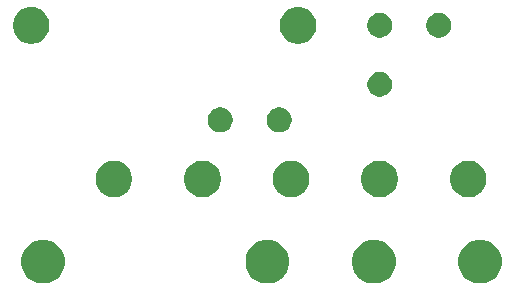
<source format=gts>
G04 #@! TF.GenerationSoftware,KiCad,Pcbnew,5.1.5-52549c5~84~ubuntu18.04.1*
G04 #@! TF.CreationDate,2020-01-16T13:38:08+00:00*
G04 #@! TF.ProjectId,012-fx888d-repair,3031322d-6678-4383-9838-642d72657061,1*
G04 #@! TF.SameCoordinates,Original*
G04 #@! TF.FileFunction,Soldermask,Top*
G04 #@! TF.FilePolarity,Negative*
%FSLAX46Y46*%
G04 Gerber Fmt 4.6, Leading zero omitted, Abs format (unit mm)*
G04 Created by KiCad (PCBNEW 5.1.5-52549c5~84~ubuntu18.04.1) date 2020-01-16 13:38:08*
%MOMM*%
%LPD*%
G04 APERTURE LIST*
%ADD10C,0.100000*%
G04 APERTURE END LIST*
D10*
G36*
X182361112Y-123184566D02*
G01*
X182539917Y-123220133D01*
X182679448Y-123277929D01*
X182876776Y-123359664D01*
X183179943Y-123562234D01*
X183437766Y-123820057D01*
X183640336Y-124123224D01*
X183779867Y-124460084D01*
X183851000Y-124817691D01*
X183851000Y-125182309D01*
X183779867Y-125539916D01*
X183640336Y-125876776D01*
X183437766Y-126179943D01*
X183179943Y-126437766D01*
X182876776Y-126640336D01*
X182679448Y-126722071D01*
X182539917Y-126779867D01*
X182361112Y-126815434D01*
X182182309Y-126851000D01*
X181817691Y-126851000D01*
X181638888Y-126815434D01*
X181460083Y-126779867D01*
X181320552Y-126722071D01*
X181123224Y-126640336D01*
X180820057Y-126437766D01*
X180562234Y-126179943D01*
X180359664Y-125876776D01*
X180220133Y-125539916D01*
X180149000Y-125182309D01*
X180149000Y-124817691D01*
X180220133Y-124460084D01*
X180359664Y-124123224D01*
X180562234Y-123820057D01*
X180820057Y-123562234D01*
X181123224Y-123359664D01*
X181320552Y-123277929D01*
X181460083Y-123220133D01*
X181638888Y-123184566D01*
X181817691Y-123149000D01*
X182182309Y-123149000D01*
X182361112Y-123184566D01*
G37*
G36*
X191361112Y-123184566D02*
G01*
X191539917Y-123220133D01*
X191679448Y-123277929D01*
X191876776Y-123359664D01*
X192179943Y-123562234D01*
X192437766Y-123820057D01*
X192640336Y-124123224D01*
X192779867Y-124460084D01*
X192851000Y-124817691D01*
X192851000Y-125182309D01*
X192779867Y-125539916D01*
X192640336Y-125876776D01*
X192437766Y-126179943D01*
X192179943Y-126437766D01*
X191876776Y-126640336D01*
X191679448Y-126722071D01*
X191539917Y-126779867D01*
X191361112Y-126815434D01*
X191182309Y-126851000D01*
X190817691Y-126851000D01*
X190638888Y-126815434D01*
X190460083Y-126779867D01*
X190320552Y-126722071D01*
X190123224Y-126640336D01*
X189820057Y-126437766D01*
X189562234Y-126179943D01*
X189359664Y-125876776D01*
X189220133Y-125539916D01*
X189149000Y-125182309D01*
X189149000Y-124817691D01*
X189220133Y-124460084D01*
X189359664Y-124123224D01*
X189562234Y-123820057D01*
X189820057Y-123562234D01*
X190123224Y-123359664D01*
X190320552Y-123277929D01*
X190460083Y-123220133D01*
X190638888Y-123184566D01*
X190817691Y-123149000D01*
X191182309Y-123149000D01*
X191361112Y-123184566D01*
G37*
G36*
X173361112Y-123184566D02*
G01*
X173539917Y-123220133D01*
X173679448Y-123277929D01*
X173876776Y-123359664D01*
X174179943Y-123562234D01*
X174437766Y-123820057D01*
X174640336Y-124123224D01*
X174779867Y-124460084D01*
X174851000Y-124817691D01*
X174851000Y-125182309D01*
X174779867Y-125539916D01*
X174640336Y-125876776D01*
X174437766Y-126179943D01*
X174179943Y-126437766D01*
X173876776Y-126640336D01*
X173679448Y-126722071D01*
X173539917Y-126779867D01*
X173361112Y-126815434D01*
X173182309Y-126851000D01*
X172817691Y-126851000D01*
X172638888Y-126815434D01*
X172460083Y-126779867D01*
X172320552Y-126722071D01*
X172123224Y-126640336D01*
X171820057Y-126437766D01*
X171562234Y-126179943D01*
X171359664Y-125876776D01*
X171220133Y-125539916D01*
X171149000Y-125182309D01*
X171149000Y-124817691D01*
X171220133Y-124460084D01*
X171359664Y-124123224D01*
X171562234Y-123820057D01*
X171820057Y-123562234D01*
X172123224Y-123359664D01*
X172320552Y-123277929D01*
X172460083Y-123220133D01*
X172638888Y-123184566D01*
X172817691Y-123149000D01*
X173182309Y-123149000D01*
X173361112Y-123184566D01*
G37*
G36*
X154361112Y-123184566D02*
G01*
X154539917Y-123220133D01*
X154679448Y-123277929D01*
X154876776Y-123359664D01*
X155179943Y-123562234D01*
X155437766Y-123820057D01*
X155640336Y-124123224D01*
X155779867Y-124460084D01*
X155851000Y-124817691D01*
X155851000Y-125182309D01*
X155779867Y-125539916D01*
X155640336Y-125876776D01*
X155437766Y-126179943D01*
X155179943Y-126437766D01*
X154876776Y-126640336D01*
X154679448Y-126722071D01*
X154539917Y-126779867D01*
X154361112Y-126815434D01*
X154182309Y-126851000D01*
X153817691Y-126851000D01*
X153638888Y-126815434D01*
X153460083Y-126779867D01*
X153320552Y-126722071D01*
X153123224Y-126640336D01*
X152820057Y-126437766D01*
X152562234Y-126179943D01*
X152359664Y-125876776D01*
X152220133Y-125539916D01*
X152149000Y-125182309D01*
X152149000Y-124817691D01*
X152220133Y-124460084D01*
X152359664Y-124123224D01*
X152562234Y-123820057D01*
X152820057Y-123562234D01*
X153123224Y-123359664D01*
X153320552Y-123277929D01*
X153460083Y-123220133D01*
X153638888Y-123184566D01*
X153817691Y-123149000D01*
X154182309Y-123149000D01*
X154361112Y-123184566D01*
G37*
G36*
X175302585Y-116478802D02*
G01*
X175452410Y-116508604D01*
X175734674Y-116625521D01*
X175988705Y-116795259D01*
X176204741Y-117011295D01*
X176374479Y-117265326D01*
X176491396Y-117547590D01*
X176551000Y-117847240D01*
X176551000Y-118152760D01*
X176491396Y-118452410D01*
X176374479Y-118734674D01*
X176204741Y-118988705D01*
X175988705Y-119204741D01*
X175734674Y-119374479D01*
X175452410Y-119491396D01*
X175302585Y-119521198D01*
X175152761Y-119551000D01*
X174847239Y-119551000D01*
X174697415Y-119521198D01*
X174547590Y-119491396D01*
X174265326Y-119374479D01*
X174011295Y-119204741D01*
X173795259Y-118988705D01*
X173625521Y-118734674D01*
X173508604Y-118452410D01*
X173449000Y-118152760D01*
X173449000Y-117847240D01*
X173508604Y-117547590D01*
X173625521Y-117265326D01*
X173795259Y-117011295D01*
X174011295Y-116795259D01*
X174265326Y-116625521D01*
X174547590Y-116508604D01*
X174697415Y-116478802D01*
X174847239Y-116449000D01*
X175152761Y-116449000D01*
X175302585Y-116478802D01*
G37*
G36*
X190302585Y-116478802D02*
G01*
X190452410Y-116508604D01*
X190734674Y-116625521D01*
X190988705Y-116795259D01*
X191204741Y-117011295D01*
X191374479Y-117265326D01*
X191491396Y-117547590D01*
X191551000Y-117847240D01*
X191551000Y-118152760D01*
X191491396Y-118452410D01*
X191374479Y-118734674D01*
X191204741Y-118988705D01*
X190988705Y-119204741D01*
X190734674Y-119374479D01*
X190452410Y-119491396D01*
X190302585Y-119521198D01*
X190152761Y-119551000D01*
X189847239Y-119551000D01*
X189697415Y-119521198D01*
X189547590Y-119491396D01*
X189265326Y-119374479D01*
X189011295Y-119204741D01*
X188795259Y-118988705D01*
X188625521Y-118734674D01*
X188508604Y-118452410D01*
X188449000Y-118152760D01*
X188449000Y-117847240D01*
X188508604Y-117547590D01*
X188625521Y-117265326D01*
X188795259Y-117011295D01*
X189011295Y-116795259D01*
X189265326Y-116625521D01*
X189547590Y-116508604D01*
X189697415Y-116478802D01*
X189847239Y-116449000D01*
X190152761Y-116449000D01*
X190302585Y-116478802D01*
G37*
G36*
X182802585Y-116478802D02*
G01*
X182952410Y-116508604D01*
X183234674Y-116625521D01*
X183488705Y-116795259D01*
X183704741Y-117011295D01*
X183874479Y-117265326D01*
X183991396Y-117547590D01*
X184051000Y-117847240D01*
X184051000Y-118152760D01*
X183991396Y-118452410D01*
X183874479Y-118734674D01*
X183704741Y-118988705D01*
X183488705Y-119204741D01*
X183234674Y-119374479D01*
X182952410Y-119491396D01*
X182802585Y-119521198D01*
X182652761Y-119551000D01*
X182347239Y-119551000D01*
X182197415Y-119521198D01*
X182047590Y-119491396D01*
X181765326Y-119374479D01*
X181511295Y-119204741D01*
X181295259Y-118988705D01*
X181125521Y-118734674D01*
X181008604Y-118452410D01*
X180949000Y-118152760D01*
X180949000Y-117847240D01*
X181008604Y-117547590D01*
X181125521Y-117265326D01*
X181295259Y-117011295D01*
X181511295Y-116795259D01*
X181765326Y-116625521D01*
X182047590Y-116508604D01*
X182197415Y-116478802D01*
X182347239Y-116449000D01*
X182652761Y-116449000D01*
X182802585Y-116478802D01*
G37*
G36*
X167802585Y-116478802D02*
G01*
X167952410Y-116508604D01*
X168234674Y-116625521D01*
X168488705Y-116795259D01*
X168704741Y-117011295D01*
X168874479Y-117265326D01*
X168991396Y-117547590D01*
X169051000Y-117847240D01*
X169051000Y-118152760D01*
X168991396Y-118452410D01*
X168874479Y-118734674D01*
X168704741Y-118988705D01*
X168488705Y-119204741D01*
X168234674Y-119374479D01*
X167952410Y-119491396D01*
X167802585Y-119521198D01*
X167652761Y-119551000D01*
X167347239Y-119551000D01*
X167197415Y-119521198D01*
X167047590Y-119491396D01*
X166765326Y-119374479D01*
X166511295Y-119204741D01*
X166295259Y-118988705D01*
X166125521Y-118734674D01*
X166008604Y-118452410D01*
X165949000Y-118152760D01*
X165949000Y-117847240D01*
X166008604Y-117547590D01*
X166125521Y-117265326D01*
X166295259Y-117011295D01*
X166511295Y-116795259D01*
X166765326Y-116625521D01*
X167047590Y-116508604D01*
X167197415Y-116478802D01*
X167347239Y-116449000D01*
X167652761Y-116449000D01*
X167802585Y-116478802D01*
G37*
G36*
X160302585Y-116478802D02*
G01*
X160452410Y-116508604D01*
X160734674Y-116625521D01*
X160988705Y-116795259D01*
X161204741Y-117011295D01*
X161374479Y-117265326D01*
X161491396Y-117547590D01*
X161551000Y-117847240D01*
X161551000Y-118152760D01*
X161491396Y-118452410D01*
X161374479Y-118734674D01*
X161204741Y-118988705D01*
X160988705Y-119204741D01*
X160734674Y-119374479D01*
X160452410Y-119491396D01*
X160302585Y-119521198D01*
X160152761Y-119551000D01*
X159847239Y-119551000D01*
X159697415Y-119521198D01*
X159547590Y-119491396D01*
X159265326Y-119374479D01*
X159011295Y-119204741D01*
X158795259Y-118988705D01*
X158625521Y-118734674D01*
X158508604Y-118452410D01*
X158449000Y-118152760D01*
X158449000Y-117847240D01*
X158508604Y-117547590D01*
X158625521Y-117265326D01*
X158795259Y-117011295D01*
X159011295Y-116795259D01*
X159265326Y-116625521D01*
X159547590Y-116508604D01*
X159697415Y-116478802D01*
X159847239Y-116449000D01*
X160152761Y-116449000D01*
X160302585Y-116478802D01*
G37*
G36*
X174306564Y-111989389D02*
G01*
X174497833Y-112068615D01*
X174497835Y-112068616D01*
X174669973Y-112183635D01*
X174816365Y-112330027D01*
X174931385Y-112502167D01*
X175010611Y-112693436D01*
X175051000Y-112896484D01*
X175051000Y-113103516D01*
X175010611Y-113306564D01*
X174931385Y-113497833D01*
X174931384Y-113497835D01*
X174816365Y-113669973D01*
X174669973Y-113816365D01*
X174497835Y-113931384D01*
X174497834Y-113931385D01*
X174497833Y-113931385D01*
X174306564Y-114010611D01*
X174103516Y-114051000D01*
X173896484Y-114051000D01*
X173693436Y-114010611D01*
X173502167Y-113931385D01*
X173502166Y-113931385D01*
X173502165Y-113931384D01*
X173330027Y-113816365D01*
X173183635Y-113669973D01*
X173068616Y-113497835D01*
X173068615Y-113497833D01*
X172989389Y-113306564D01*
X172949000Y-113103516D01*
X172949000Y-112896484D01*
X172989389Y-112693436D01*
X173068615Y-112502167D01*
X173183635Y-112330027D01*
X173330027Y-112183635D01*
X173502165Y-112068616D01*
X173502167Y-112068615D01*
X173693436Y-111989389D01*
X173896484Y-111949000D01*
X174103516Y-111949000D01*
X174306564Y-111989389D01*
G37*
G36*
X169306564Y-111989389D02*
G01*
X169497833Y-112068615D01*
X169497835Y-112068616D01*
X169669973Y-112183635D01*
X169816365Y-112330027D01*
X169931385Y-112502167D01*
X170010611Y-112693436D01*
X170051000Y-112896484D01*
X170051000Y-113103516D01*
X170010611Y-113306564D01*
X169931385Y-113497833D01*
X169931384Y-113497835D01*
X169816365Y-113669973D01*
X169669973Y-113816365D01*
X169497835Y-113931384D01*
X169497834Y-113931385D01*
X169497833Y-113931385D01*
X169306564Y-114010611D01*
X169103516Y-114051000D01*
X168896484Y-114051000D01*
X168693436Y-114010611D01*
X168502167Y-113931385D01*
X168502166Y-113931385D01*
X168502165Y-113931384D01*
X168330027Y-113816365D01*
X168183635Y-113669973D01*
X168068616Y-113497835D01*
X168068615Y-113497833D01*
X167989389Y-113306564D01*
X167949000Y-113103516D01*
X167949000Y-112896484D01*
X167989389Y-112693436D01*
X168068615Y-112502167D01*
X168183635Y-112330027D01*
X168330027Y-112183635D01*
X168502165Y-112068616D01*
X168502167Y-112068615D01*
X168693436Y-111989389D01*
X168896484Y-111949000D01*
X169103516Y-111949000D01*
X169306564Y-111989389D01*
G37*
G36*
X182806564Y-108989389D02*
G01*
X182997833Y-109068615D01*
X182997835Y-109068616D01*
X183169973Y-109183635D01*
X183316365Y-109330027D01*
X183431385Y-109502167D01*
X183510611Y-109693436D01*
X183551000Y-109896484D01*
X183551000Y-110103516D01*
X183510611Y-110306564D01*
X183431385Y-110497833D01*
X183431384Y-110497835D01*
X183316365Y-110669973D01*
X183169973Y-110816365D01*
X182997835Y-110931384D01*
X182997834Y-110931385D01*
X182997833Y-110931385D01*
X182806564Y-111010611D01*
X182603516Y-111051000D01*
X182396484Y-111051000D01*
X182193436Y-111010611D01*
X182002167Y-110931385D01*
X182002166Y-110931385D01*
X182002165Y-110931384D01*
X181830027Y-110816365D01*
X181683635Y-110669973D01*
X181568616Y-110497835D01*
X181568615Y-110497833D01*
X181489389Y-110306564D01*
X181449000Y-110103516D01*
X181449000Y-109896484D01*
X181489389Y-109693436D01*
X181568615Y-109502167D01*
X181683635Y-109330027D01*
X181830027Y-109183635D01*
X182002165Y-109068616D01*
X182002167Y-109068615D01*
X182193436Y-108989389D01*
X182396484Y-108949000D01*
X182603516Y-108949000D01*
X182806564Y-108989389D01*
G37*
G36*
X153302585Y-103478802D02*
G01*
X153452410Y-103508604D01*
X153734674Y-103625521D01*
X153988705Y-103795259D01*
X154204741Y-104011295D01*
X154374479Y-104265326D01*
X154491396Y-104547590D01*
X154551000Y-104847240D01*
X154551000Y-105152760D01*
X154491396Y-105452410D01*
X154374479Y-105734674D01*
X154204741Y-105988705D01*
X153988705Y-106204741D01*
X153734674Y-106374479D01*
X153452410Y-106491396D01*
X153302585Y-106521198D01*
X153152761Y-106551000D01*
X152847239Y-106551000D01*
X152697415Y-106521198D01*
X152547590Y-106491396D01*
X152265326Y-106374479D01*
X152011295Y-106204741D01*
X151795259Y-105988705D01*
X151625521Y-105734674D01*
X151508604Y-105452410D01*
X151449000Y-105152760D01*
X151449000Y-104847240D01*
X151508604Y-104547590D01*
X151625521Y-104265326D01*
X151795259Y-104011295D01*
X152011295Y-103795259D01*
X152265326Y-103625521D01*
X152547590Y-103508604D01*
X152697415Y-103478802D01*
X152847239Y-103449000D01*
X153152761Y-103449000D01*
X153302585Y-103478802D01*
G37*
G36*
X175902585Y-103478802D02*
G01*
X176052410Y-103508604D01*
X176334674Y-103625521D01*
X176588705Y-103795259D01*
X176804741Y-104011295D01*
X176974479Y-104265326D01*
X177091396Y-104547590D01*
X177151000Y-104847240D01*
X177151000Y-105152760D01*
X177091396Y-105452410D01*
X176974479Y-105734674D01*
X176804741Y-105988705D01*
X176588705Y-106204741D01*
X176334674Y-106374479D01*
X176052410Y-106491396D01*
X175902585Y-106521198D01*
X175752761Y-106551000D01*
X175447239Y-106551000D01*
X175297415Y-106521198D01*
X175147590Y-106491396D01*
X174865326Y-106374479D01*
X174611295Y-106204741D01*
X174395259Y-105988705D01*
X174225521Y-105734674D01*
X174108604Y-105452410D01*
X174049000Y-105152760D01*
X174049000Y-104847240D01*
X174108604Y-104547590D01*
X174225521Y-104265326D01*
X174395259Y-104011295D01*
X174611295Y-103795259D01*
X174865326Y-103625521D01*
X175147590Y-103508604D01*
X175297415Y-103478802D01*
X175447239Y-103449000D01*
X175752761Y-103449000D01*
X175902585Y-103478802D01*
G37*
G36*
X187806564Y-103989389D02*
G01*
X187997833Y-104068615D01*
X187997835Y-104068616D01*
X188169973Y-104183635D01*
X188316365Y-104330027D01*
X188431385Y-104502167D01*
X188510611Y-104693436D01*
X188551000Y-104896484D01*
X188551000Y-105103516D01*
X188510611Y-105306564D01*
X188450200Y-105452409D01*
X188431384Y-105497835D01*
X188316365Y-105669973D01*
X188169973Y-105816365D01*
X187997835Y-105931384D01*
X187997834Y-105931385D01*
X187997833Y-105931385D01*
X187806564Y-106010611D01*
X187603516Y-106051000D01*
X187396484Y-106051000D01*
X187193436Y-106010611D01*
X187002167Y-105931385D01*
X187002166Y-105931385D01*
X187002165Y-105931384D01*
X186830027Y-105816365D01*
X186683635Y-105669973D01*
X186568616Y-105497835D01*
X186549800Y-105452409D01*
X186489389Y-105306564D01*
X186449000Y-105103516D01*
X186449000Y-104896484D01*
X186489389Y-104693436D01*
X186568615Y-104502167D01*
X186683635Y-104330027D01*
X186830027Y-104183635D01*
X187002165Y-104068616D01*
X187002167Y-104068615D01*
X187193436Y-103989389D01*
X187396484Y-103949000D01*
X187603516Y-103949000D01*
X187806564Y-103989389D01*
G37*
G36*
X182806564Y-103989389D02*
G01*
X182997833Y-104068615D01*
X182997835Y-104068616D01*
X183169973Y-104183635D01*
X183316365Y-104330027D01*
X183431385Y-104502167D01*
X183510611Y-104693436D01*
X183551000Y-104896484D01*
X183551000Y-105103516D01*
X183510611Y-105306564D01*
X183450200Y-105452409D01*
X183431384Y-105497835D01*
X183316365Y-105669973D01*
X183169973Y-105816365D01*
X182997835Y-105931384D01*
X182997834Y-105931385D01*
X182997833Y-105931385D01*
X182806564Y-106010611D01*
X182603516Y-106051000D01*
X182396484Y-106051000D01*
X182193436Y-106010611D01*
X182002167Y-105931385D01*
X182002166Y-105931385D01*
X182002165Y-105931384D01*
X181830027Y-105816365D01*
X181683635Y-105669973D01*
X181568616Y-105497835D01*
X181549800Y-105452409D01*
X181489389Y-105306564D01*
X181449000Y-105103516D01*
X181449000Y-104896484D01*
X181489389Y-104693436D01*
X181568615Y-104502167D01*
X181683635Y-104330027D01*
X181830027Y-104183635D01*
X182002165Y-104068616D01*
X182002167Y-104068615D01*
X182193436Y-103989389D01*
X182396484Y-103949000D01*
X182603516Y-103949000D01*
X182806564Y-103989389D01*
G37*
M02*

</source>
